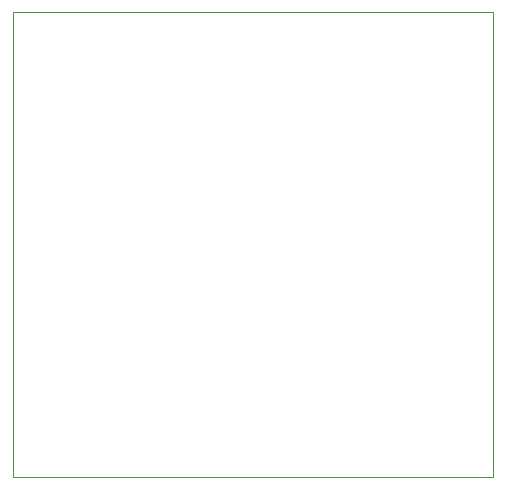
<source format=gbr>
%TF.GenerationSoftware,KiCad,Pcbnew,(6.0.6)*%
%TF.CreationDate,2022-10-10T23:46:28+05:30*%
%TF.ProjectId,exp1,65787031-2e6b-4696-9361-645f70636258,rev?*%
%TF.SameCoordinates,Original*%
%TF.FileFunction,Profile,NP*%
%FSLAX46Y46*%
G04 Gerber Fmt 4.6, Leading zero omitted, Abs format (unit mm)*
G04 Created by KiCad (PCBNEW (6.0.6)) date 2022-10-10 23:46:28*
%MOMM*%
%LPD*%
G01*
G04 APERTURE LIST*
%TA.AperFunction,Profile*%
%ADD10C,0.100000*%
%TD*%
G04 APERTURE END LIST*
D10*
X151130000Y-50800000D02*
X151130000Y-90170000D01*
X110490000Y-90170000D02*
X110490000Y-50800000D01*
X151130000Y-90170000D02*
X110490000Y-90170000D01*
X110490000Y-50800000D02*
X151130000Y-50800000D01*
M02*

</source>
